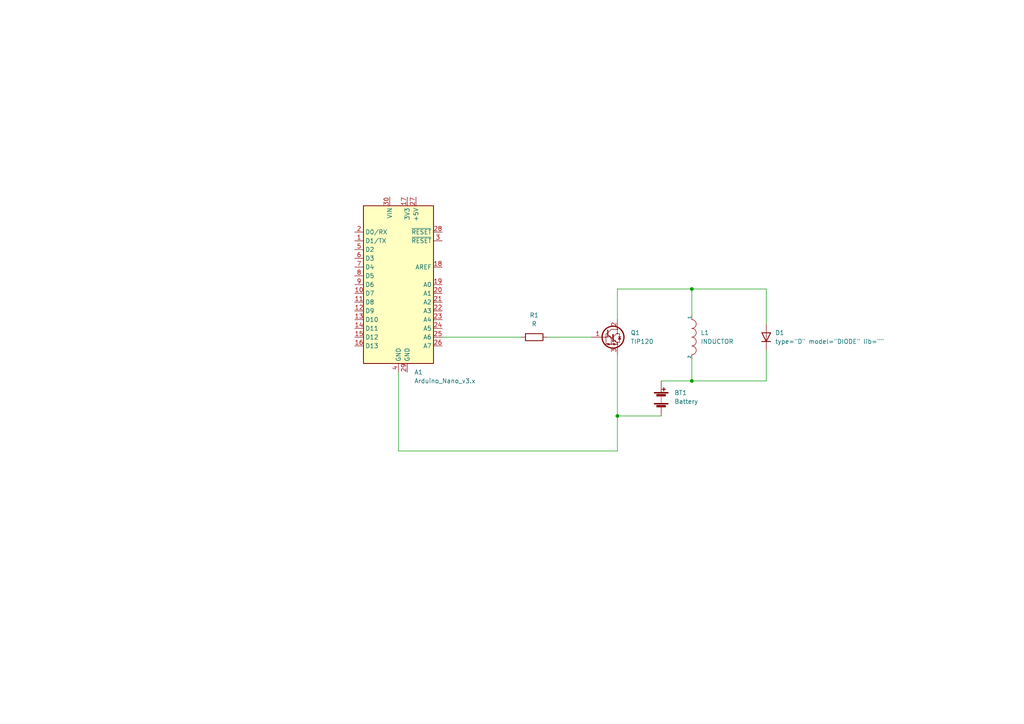
<source format=kicad_sch>
(kicad_sch (version 20211123) (generator eeschema)
  (paper "A4")
  (lib_symbols
    (symbol "Device:Battery" (pin_numbers hide) (pin_names (offset 0) hide)
      (property "Reference" "BT" (at 2.54 2.54 0))
      (property "Value" "Battery" (at 2.54 0 0))
      (symbol "Battery_0_1"
        (rectangle (start -2.032 -1.397) (end 2.032 -1.651) (fill (type outline)))
        (rectangle (start -2.032 1.778) (end 2.032 1.524) (fill (type outline)))
        (rectangle (start -1.3208 -1.9812) (end 1.27 -2.4892) (fill (type outline)))
        (rectangle (start -1.3208 1.1938) (end 1.27 0.6858) (fill (type outline)))
        (polyline (pts (xy 0 -1.524) (xy 0 -1.27)))
        (polyline (pts (xy 0 -1.016) (xy 0 -0.762)))
        (polyline (pts (xy 0 -0.508) (xy 0 -0.254)))
        (polyline (pts (xy 0 0) (xy 0 0.254)))
        (polyline (pts (xy 0 0.508) (xy 0 0.762)))
        (polyline (pts (xy 0 1.778) (xy 0 2.54)))
        (polyline (pts (xy 0.254 2.667) (xy 1.27 2.667)) (stroke (width 0.254)))
        (polyline (pts (xy 0.762 3.175) (xy 0.762 2.159)) (stroke (width 0.254)))
      )
      (symbol "Battery_1_1"
        (pin passive line (at 0 5.08 270) (length 2.54) (name "+") (number "1"))
        (pin passive line (at 0 -5.08 90) (length 2.54) (name "-") (number "2"))
      )
    )
    (symbol "Device:R" (pin_numbers hide) (pin_names (offset 0))
      (property "Reference" "R" (at 2.032 0 90))
      (property "Value" "R" (at 0 0 90))
      (symbol "R_0_1"
        (rectangle (start -1.016 -2.54) (end 1.016 2.54) (stroke (width 0.254)))
      )
      (symbol "R_1_1"
        (pin passive line (at 0 3.81 270) (length 1.27) (name "~") (number "1"))
        (pin passive line (at 0 -3.81 90) (length 1.27) (name "~") (number "2"))
      )
    )
    (symbol "MCU_Module:Arduino_Nano_v3.x"
      (property "Reference" "A" (at -10.16 23.495 0))
      (property "Value" "Arduino_Nano_v3.x" (at 5.08 -24.13 0))
      (symbol "Arduino_Nano_v3.x_0_1"
        (rectangle (start -10.16 22.86) (end 10.16 -22.86) (stroke (width 0.254)) (fill (type background)))
      )
      (symbol "Arduino_Nano_v3.x_1_1"
        (pin bidirectional line (at -12.7 12.7 0) (length 2.54) (name "D1/TX") (number "1"))
        (pin bidirectional line (at -12.7 -2.54 0) (length 2.54) (name "D7") (number "10"))
        (pin bidirectional line (at -12.7 -5.08 0) (length 2.54) (name "D8") (number "11"))
        (pin bidirectional line (at -12.7 -7.62 0) (length 2.54) (name "D9") (number "12"))
        (pin bidirectional line (at -12.7 -10.16 0) (length 2.54) (name "D10") (number "13"))
        (pin bidirectional line (at -12.7 -12.7 0) (length 2.54) (name "D11") (number "14"))
        (pin bidirectional line (at -12.7 -15.24 0) (length 2.54) (name "D12") (number "15"))
        (pin bidirectional line (at -12.7 -17.78 0) (length 2.54) (name "D13") (number "16"))
        (pin power_out line (at 2.54 25.4 270) (length 2.54) (name "3V3") (number "17"))
        (pin input line (at 12.7 5.08 180) (length 2.54) (name "AREF") (number "18"))
        (pin bidirectional line (at 12.7 0 180) (length 2.54) (name "A0") (number "19"))
        (pin bidirectional line (at -12.7 15.24 0) (length 2.54) (name "D0/RX") (number "2"))
        (pin bidirectional line (at 12.7 -2.54 180) (length 2.54) (name "A1") (number "20"))
        (pin bidirectional line (at 12.7 -5.08 180) (length 2.54) (name "A2") (number "21"))
        (pin bidirectional line (at 12.7 -7.62 180) (length 2.54) (name "A3") (number "22"))
        (pin bidirectional line (at 12.7 -10.16 180) (length 2.54) (name "A4") (number "23"))
        (pin bidirectional line (at 12.7 -12.7 180) (length 2.54) (name "A5") (number "24"))
        (pin bidirectional line (at 12.7 -15.24 180) (length 2.54) (name "A6") (number "25"))
        (pin bidirectional line (at 12.7 -17.78 180) (length 2.54) (name "A7") (number "26"))
        (pin power_out line (at 5.08 25.4 270) (length 2.54) (name "+5V") (number "27"))
        (pin input line (at 12.7 15.24 180) (length 2.54) (name "~{RESET}") (number "28"))
        (pin power_in line (at 2.54 -25.4 90) (length 2.54) (name "GND") (number "29"))
        (pin input line (at 12.7 12.7 180) (length 2.54) (name "~{RESET}") (number "3"))
        (pin power_in line (at -2.54 25.4 270) (length 2.54) (name "VIN") (number "30"))
        (pin power_in line (at 0 -25.4 90) (length 2.54) (name "GND") (number "4"))
        (pin bidirectional line (at -12.7 10.16 0) (length 2.54) (name "D2") (number "5"))
        (pin bidirectional line (at -12.7 7.62 0) (length 2.54) (name "D3") (number "6"))
        (pin bidirectional line (at -12.7 5.08 0) (length 2.54) (name "D4") (number "7"))
        (pin bidirectional line (at -12.7 2.54 0) (length 2.54) (name "D5") (number "8"))
        (pin bidirectional line (at -12.7 0 0) (length 2.54) (name "D6") (number "9"))
      )
    )
    (symbol "Simulation_SPICE:DIODE" (pin_numbers hide) (pin_names (offset 1.016) hide)
      (property "Reference" "D" (at 0 2.54 0))
      (property "Value" "DIODE" (at 0 -2.54 0))
      (symbol "DIODE_0_1"
        (polyline (pts (xy 1.27 0) (xy -1.27 0)))
        (polyline (pts (xy 1.27 1.27) (xy 1.27 -1.27)) (stroke (width 0.254)))
        (polyline (pts (xy -1.27 -1.27) (xy -1.27 1.27) (xy 1.27 0) (xy -1.27 -1.27)) (stroke (width 0.254)))
      )
      (symbol "DIODE_1_1"
        (pin passive line (at -3.81 0 0) (length 2.54) (name "A") (number "1"))
        (pin passive line (at 3.81 0 180) (length 2.54) (name "K") (number "2"))
      )
    )
    (symbol "Transistor_BJT:TIP120" (pin_names (offset 0) hide)
      (property "Reference" "Q" (at 5.08 1.905 0))
      (property "Value" "TIP120" (at 5.08 0 0))
      (symbol "TIP120_0_1"
        (circle (center -0.762 0) (radius 0.127))
        (polyline (pts (xy -1.27 0) (xy -0.889 0)))
        (polyline (pts (xy 2.54 -2.032) (xy 2.54 -2.54)))
        (polyline (pts (xy 2.54 -1.524) (xy 3.175 -1.524)))
        (polyline (pts (xy 2.794 0.127) (xy 3.556 0.127)))
        (polyline (pts (xy 3.175 -0.635) (xy 3.175 -1.524)))
        (polyline (pts (xy 3.175 1.016) (xy 2.54 1.016)))
        (polyline (pts (xy 3.175 1.016) (xy 3.175 0.127)))
        (polyline (pts (xy -0.254 0.762) (xy 0.762 -0.254) (xy 1.27 -0.254)))
        (polyline (pts (xy -0.254 1.016) (xy -0.762 1.016) (xy -0.762 -2.032)))
        (polyline (pts (xy -0.254 1.27) (xy 0.762 2.286) (xy 2.54 2.286)))
        (polyline (pts (xy -0.254 2.032) (xy -0.254 0) (xy -0.254 0)) (stroke (width 0.3048)))
        (polyline (pts (xy 1.27 0.762) (xy 1.27 -1.27) (xy 1.27 -1.27)) (stroke (width 0.381)))
        (polyline (pts (xy 0.635 -0.127) (xy 0.381 0.381) (xy 0.127 0.127) (xy 0.635 -0.127)))
        (polyline (pts (xy 1.27 -0.508) (xy 2.286 -1.524) (xy 2.54 -1.524) (xy 2.54 -2.032)))
        (polyline (pts (xy 1.27 0) (xy 2.286 1.016) (xy 2.54 1.016) (xy 2.54 2.286)))
        (polyline (pts (xy 2.159 -1.397) (xy 1.905 -0.889) (xy 1.651 -1.143) (xy 2.159 -1.397)))
        (polyline (pts (xy 3.175 0.127) (xy 2.794 -0.635) (xy 3.556 -0.635) (xy 3.175 0.127)) (fill (type outline)))
        (polyline (pts (xy 0.762 -2.032) (xy 0.381 -2.032) (xy 0.254 -2.286) (xy 0.127 -1.778) (xy 0 -2.286) (xy -0.127 -1.778) (xy -0.254 -2.286) (xy -0.381 -1.778) (xy -0.508 -2.032) (xy -0.762 -2.032)))
        (polyline (pts (xy 0.762 -0.254) (xy 0.762 -2.032) (xy 1.143 -2.032) (xy 1.27 -1.778) (xy 1.397 -2.286) (xy 1.524 -1.778) (xy 1.651 -2.286) (xy 1.778 -1.778) (xy 1.905 -2.286) (xy 2.032 -2.032) (xy 2.54 -2.032)))
        (circle (center 0.762 -2.032) (radius 0.127))
        (circle (center 0.762 -0.254) (radius 0.127))
        (circle (center 1.27 0) (radius 3.175) (stroke (width 0.3556)))
        (circle (center 2.54 -2.032) (radius 0.127))
        (circle (center 2.54 -1.524) (radius 0.127))
        (circle (center 2.54 1.016) (radius 0.127))
        (circle (center 2.54 2.286) (radius 0.127))
      )
      (symbol "TIP120_1_1"
        (pin input line (at -5.08 0 0) (length 3.81) (name "B") (number "1"))
        (pin passive line (at 2.54 5.08 270) (length 2.667) (name "C") (number "2"))
        (pin passive line (at 2.54 -5.08 90) (length 2.54) (name "E") (number "3"))
      )
    )
    (symbol "pspice:INDUCTOR" (pin_numbers hide) (pin_names (offset 0))
      (property "Reference" "L" (at 0 2.54 0))
      (property "Value" "INDUCTOR" (at 0 -1.27 0))
      (symbol "INDUCTOR_0_1"
        (arc (start -2.54 0) (mid -3.81 1.27) (end -5.08 0))
        (arc (start 0 0) (mid -1.27 1.27) (end -2.54 0))
        (arc (start 2.54 0) (mid 1.27 1.27) (end 0 0))
        (arc (start 5.08 0) (mid 3.81 1.27) (end 2.54 0))
      )
      (symbol "INDUCTOR_1_1"
        (pin input line (at -6.35 0 0) (length 1.27) (name "1") (number "1"))
        (pin input line (at 6.35 0 180) (length 1.27) (name "2") (number "2"))
      )
    )
  )
  (junction (at 200.66 83.82))
  (junction (at 179.07 120.65))
  (junction (at 200.66 110.49))
  (wire (pts (xy 200.66 110.49) (xy 200.66 104.14)))
  (wire (pts (xy 115.57 130.81) (xy 179.07 130.81)))
  (wire (pts (xy 200.66 110.49) (xy 222.25 110.49)))
  (wire (pts (xy 179.07 83.82) (xy 200.66 83.82)))
  (wire (pts (xy 200.66 83.82) (xy 200.66 91.44)))
  (wire (pts (xy 128.27 97.79) (xy 151.13 97.79)))
  (wire (pts (xy 191.77 110.49) (xy 200.66 110.49)))
  (wire (pts (xy 200.66 83.82) (xy 222.25 83.82)))
  (wire (pts (xy 179.07 92.71) (xy 179.07 83.82)))
  (wire (pts (xy 179.07 120.65) (xy 179.07 130.81)))
  (wire (pts (xy 222.25 110.49) (xy 222.25 101.6)))
  (wire (pts (xy 179.07 102.87) (xy 179.07 120.65)))
  (wire (pts (xy 115.57 107.95) (xy 115.57 130.81)))
  (wire (pts (xy 222.25 83.82) (xy 222.25 93.98)))
  (wire (pts (xy 158.75 97.79) (xy 171.45 97.79)))
  (wire (pts (xy 191.77 120.65) (xy 179.07 120.65)))
  (symbol (lib_id "Device:Battery") (at 191.77 115.57 0) (unit 1)
    (property "Reference" "BT1" (at 195.58 113.9189 0) (effects (justify left)))
    (property "Value" "Battery" (at 195.58 116.4589 0) (effects (justify left)))
    (property "Footprint" "Battery:Battery_CR1225" (effects hide))
  )
  (symbol (lib_id "Transistor_BJT:TIP120") (at 176.53 97.79 0) (unit 1)
    (property "Reference" "Q1" (at 182.88 96.5199 0) (effects (justify left)))
    (property "Value" "TIP120" (at 182.88 99.0599 0) (effects (justify left)))
    (property "Footprint" "Package_TO_SOT_THT:TO-220-3_Vertical" (effects hide))
    (property "Datasheet" "https://www.onsemi.com/pub/Collateral/TIP120-D.PDF" (effects hide))
  )
  (symbol (lib_id "Device:R") (at 154.94 97.79 90) (unit 1)
    (property "Reference" "R1" (at 154.94 91.44 90))
    (property "Value" "R" (at 154.94 93.98 90))
    (property "Footprint" "OptoDevice:R_LDR_4.9x4.2mm_P2.54mm_Vertical" (effects hide))
  )
  (symbol (lib_id "pspice:INDUCTOR") (at 200.66 97.79 270) (unit 1)
    (property "Reference" "L1" (at 203.2 96.5199 90) (effects (justify left)))
    (property "Value" "INDUCTOR" (at 203.2 99.0599 90) (effects (justify left)))
    (property "Footprint" "Inductor_SMD:L_6.3x6.3_H3" (effects hide))
  )
  (symbol (lib_id "MCU_Module:Arduino_Nano_v3.x") (at 115.57 82.55 0) (unit 1)
    (property "Reference" "A1" (at 120.1294 107.95 0) (effects (justify left)))
    (property "Value" "Arduino_Nano_v3.x" (at 120.1294 110.49 0) (effects (justify left)))
    (property "Footprint" "Module:Arduino_Nano" (effects hide))
    (property "Datasheet" "http://www.mouser.com/pdfdocs/Gravitech_Arduino_Nano3_0.pdf" (effects hide))
  )
  (symbol (lib_id "Simulation_SPICE:DIODE") (at 222.25 97.79 270) (unit 1)
    (property "Reference" "D1" (at 224.79 96.5199 90) (effects (justify left)))
    (property "Value" "DIODE" (at 224.79 99.0599 90) (effects (justify left)))
    (property "Footprint" "Diode_SMD:D_0201_0603Metric" (effects hide))
    (property "Spice_Netlist_Enabled" "Y" (effects hide))
    (property "Spice_Primitive" "D" (effects hide))
  )
)
</source>
